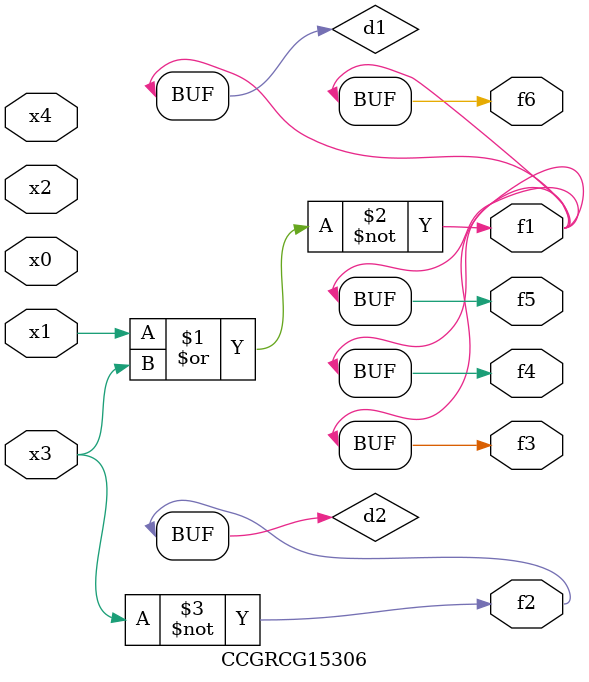
<source format=v>
module CCGRCG15306(
	input x0, x1, x2, x3, x4,
	output f1, f2, f3, f4, f5, f6
);

	wire d1, d2;

	nor (d1, x1, x3);
	not (d2, x3);
	assign f1 = d1;
	assign f2 = d2;
	assign f3 = d1;
	assign f4 = d1;
	assign f5 = d1;
	assign f6 = d1;
endmodule

</source>
